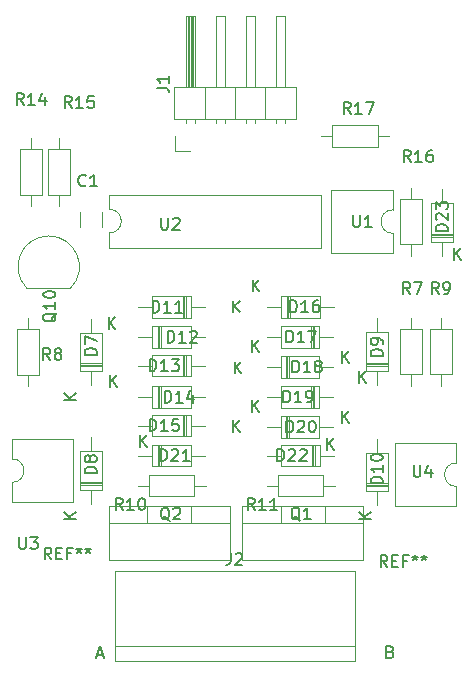
<source format=gbr>
%TF.GenerationSoftware,KiCad,Pcbnew,(5.1.6)-1*%
%TF.CreationDate,2021-04-27T13:36:45+02:00*%
%TF.ProjectId,BM2,424d322e-6b69-4636-9164-5f7063625858,rev?*%
%TF.SameCoordinates,Original*%
%TF.FileFunction,Legend,Top*%
%TF.FilePolarity,Positive*%
%FSLAX46Y46*%
G04 Gerber Fmt 4.6, Leading zero omitted, Abs format (unit mm)*
G04 Created by KiCad (PCBNEW (5.1.6)-1) date 2021-04-27 13:36:45*
%MOMM*%
%LPD*%
G01*
G04 APERTURE LIST*
%ADD10C,0.150000*%
%ADD11C,0.120000*%
G04 APERTURE END LIST*
D10*
X104571428Y-185428571D02*
X104714285Y-185476190D01*
X104761904Y-185523809D01*
X104809523Y-185619047D01*
X104809523Y-185761904D01*
X104761904Y-185857142D01*
X104714285Y-185904761D01*
X104619047Y-185952380D01*
X104238095Y-185952380D01*
X104238095Y-184952380D01*
X104571428Y-184952380D01*
X104666666Y-185000000D01*
X104714285Y-185047619D01*
X104761904Y-185142857D01*
X104761904Y-185238095D01*
X104714285Y-185333333D01*
X104666666Y-185380952D01*
X104571428Y-185428571D01*
X104238095Y-185428571D01*
X79761904Y-185666666D02*
X80238095Y-185666666D01*
X79666666Y-185952380D02*
X80000000Y-184952380D01*
X80333333Y-185952380D01*
D11*
%TO.C,J2*%
X81239000Y-186221000D02*
X101559000Y-186221000D01*
X81239000Y-178601000D02*
X101559000Y-178601000D01*
X101559000Y-184951000D02*
X81239000Y-184951000D01*
X101559000Y-186221000D02*
X101559000Y-178601000D01*
X81239000Y-178601000D02*
X81239000Y-186221000D01*
%TO.C,Q1*%
X92035000Y-173045000D02*
X102275000Y-173045000D01*
X92035000Y-177686000D02*
X102275000Y-177686000D01*
X92035000Y-173045000D02*
X92035000Y-177686000D01*
X102275000Y-173045000D02*
X102275000Y-177686000D01*
X92035000Y-174555000D02*
X102275000Y-174555000D01*
X95305000Y-173045000D02*
X95305000Y-174555000D01*
X99006000Y-173045000D02*
X99006000Y-174555000D01*
%TO.C,Q2*%
X80732000Y-173045000D02*
X90972000Y-173045000D01*
X80732000Y-177686000D02*
X90972000Y-177686000D01*
X80732000Y-173045000D02*
X80732000Y-177686000D01*
X90972000Y-173045000D02*
X90972000Y-177686000D01*
X80732000Y-174555000D02*
X90972000Y-174555000D01*
X84002000Y-173045000D02*
X84002000Y-174555000D01*
X87703000Y-173045000D02*
X87703000Y-174555000D01*
%TO.C,C1*%
X78287000Y-148234000D02*
X78287000Y-149492000D01*
X80127000Y-148234000D02*
X80127000Y-149492000D01*
%TO.C,U2*%
X80798000Y-146721000D02*
X80798000Y-147971000D01*
X98698000Y-146721000D02*
X80798000Y-146721000D01*
X98698000Y-151221000D02*
X98698000Y-146721000D01*
X80798000Y-151221000D02*
X98698000Y-151221000D01*
X80798000Y-149971000D02*
X80798000Y-151221000D01*
X80798000Y-147971000D02*
G75*
G02*
X80798000Y-149971000I0J-1000000D01*
G01*
%TO.C,R17*%
X99680000Y-140812000D02*
X99680000Y-142652000D01*
X99680000Y-142652000D02*
X103520000Y-142652000D01*
X103520000Y-142652000D02*
X103520000Y-140812000D01*
X103520000Y-140812000D02*
X99680000Y-140812000D01*
X98730000Y-141732000D02*
X99680000Y-141732000D01*
X104470000Y-141732000D02*
X103520000Y-141732000D01*
%TO.C,R16*%
X106299000Y-151880000D02*
X106299000Y-150930000D01*
X106299000Y-146140000D02*
X106299000Y-147090000D01*
X107219000Y-150930000D02*
X107219000Y-147090000D01*
X105379000Y-150930000D02*
X107219000Y-150930000D01*
X105379000Y-147090000D02*
X105379000Y-150930000D01*
X107219000Y-147090000D02*
X105379000Y-147090000D01*
%TO.C,R15*%
X75620000Y-146739000D02*
X77460000Y-146739000D01*
X77460000Y-146739000D02*
X77460000Y-142899000D01*
X77460000Y-142899000D02*
X75620000Y-142899000D01*
X75620000Y-142899000D02*
X75620000Y-146739000D01*
X76540000Y-147689000D02*
X76540000Y-146739000D01*
X76540000Y-141949000D02*
X76540000Y-142899000D01*
%TO.C,R14*%
X75047000Y-142899000D02*
X73207000Y-142899000D01*
X73207000Y-142899000D02*
X73207000Y-146739000D01*
X73207000Y-146739000D02*
X75047000Y-146739000D01*
X75047000Y-146739000D02*
X75047000Y-142899000D01*
X74127000Y-141949000D02*
X74127000Y-142899000D01*
X74127000Y-147689000D02*
X74127000Y-146739000D01*
%TO.C,R11*%
X94117000Y-171362000D02*
X95067000Y-171362000D01*
X99857000Y-171362000D02*
X98907000Y-171362000D01*
X95067000Y-172282000D02*
X98907000Y-172282000D01*
X95067000Y-170442000D02*
X95067000Y-172282000D01*
X98907000Y-170442000D02*
X95067000Y-170442000D01*
X98907000Y-172282000D02*
X98907000Y-170442000D01*
%TO.C,R10*%
X83195000Y-171362000D02*
X84145000Y-171362000D01*
X88935000Y-171362000D02*
X87985000Y-171362000D01*
X84145000Y-172282000D02*
X87985000Y-172282000D01*
X84145000Y-170442000D02*
X84145000Y-172282000D01*
X87985000Y-170442000D02*
X84145000Y-170442000D01*
X87985000Y-172282000D02*
X87985000Y-170442000D01*
%TO.C,R9*%
X108839000Y-157150000D02*
X108839000Y-158100000D01*
X108839000Y-162890000D02*
X108839000Y-161940000D01*
X107919000Y-158100000D02*
X107919000Y-161940000D01*
X109759000Y-158100000D02*
X107919000Y-158100000D01*
X109759000Y-161940000D02*
X109759000Y-158100000D01*
X107919000Y-161940000D02*
X109759000Y-161940000D01*
%TO.C,R8*%
X73914000Y-162929000D02*
X73914000Y-161979000D01*
X73914000Y-157189000D02*
X73914000Y-158139000D01*
X74834000Y-161979000D02*
X74834000Y-158139000D01*
X72994000Y-161979000D02*
X74834000Y-161979000D01*
X72994000Y-158139000D02*
X72994000Y-161979000D01*
X74834000Y-158139000D02*
X72994000Y-158139000D01*
%TO.C,R7*%
X106299000Y-162890000D02*
X106299000Y-161940000D01*
X106299000Y-157150000D02*
X106299000Y-158100000D01*
X107219000Y-161940000D02*
X107219000Y-158100000D01*
X105379000Y-161940000D02*
X107219000Y-161940000D01*
X105379000Y-158100000D02*
X105379000Y-161940000D01*
X107219000Y-158100000D02*
X105379000Y-158100000D01*
%TO.C,J1*%
X86360000Y-143002000D02*
X86360000Y-141732000D01*
X87630000Y-143002000D02*
X86360000Y-143002000D01*
X95630000Y-140689071D02*
X95630000Y-140292000D01*
X94870000Y-140689071D02*
X94870000Y-140292000D01*
X95630000Y-131632000D02*
X95630000Y-137632000D01*
X94870000Y-131632000D02*
X95630000Y-131632000D01*
X94870000Y-137632000D02*
X94870000Y-131632000D01*
X93980000Y-140292000D02*
X93980000Y-137632000D01*
X93090000Y-140689071D02*
X93090000Y-140292000D01*
X92330000Y-140689071D02*
X92330000Y-140292000D01*
X93090000Y-131632000D02*
X93090000Y-137632000D01*
X92330000Y-131632000D02*
X93090000Y-131632000D01*
X92330000Y-137632000D02*
X92330000Y-131632000D01*
X91440000Y-140292000D02*
X91440000Y-137632000D01*
X90550000Y-140689071D02*
X90550000Y-140292000D01*
X89790000Y-140689071D02*
X89790000Y-140292000D01*
X90550000Y-131632000D02*
X90550000Y-137632000D01*
X89790000Y-131632000D02*
X90550000Y-131632000D01*
X89790000Y-137632000D02*
X89790000Y-131632000D01*
X88900000Y-140292000D02*
X88900000Y-137632000D01*
X88010000Y-140622000D02*
X88010000Y-140292000D01*
X87250000Y-140622000D02*
X87250000Y-140292000D01*
X87910000Y-137632000D02*
X87910000Y-131632000D01*
X87790000Y-137632000D02*
X87790000Y-131632000D01*
X87670000Y-137632000D02*
X87670000Y-131632000D01*
X87550000Y-137632000D02*
X87550000Y-131632000D01*
X87430000Y-137632000D02*
X87430000Y-131632000D01*
X87310000Y-137632000D02*
X87310000Y-131632000D01*
X88010000Y-131632000D02*
X88010000Y-137632000D01*
X87250000Y-131632000D02*
X88010000Y-131632000D01*
X87250000Y-137632000D02*
X87250000Y-131632000D01*
X86300000Y-137632000D02*
X86300000Y-140292000D01*
X96580000Y-137632000D02*
X86300000Y-137632000D01*
X96580000Y-140292000D02*
X96580000Y-137632000D01*
X86300000Y-140292000D02*
X96580000Y-140292000D01*
%TO.C,Q10*%
X73851000Y-154670000D02*
X77451000Y-154670000D01*
X73812522Y-154658478D02*
G75*
G02*
X75651000Y-150220000I1838478J1838478D01*
G01*
X77489478Y-154658478D02*
G75*
G03*
X75651000Y-150220000I-1838478J1838478D01*
G01*
%TO.C,U1*%
X104794000Y-148010000D02*
X104794000Y-146360000D01*
X104794000Y-146360000D02*
X99594000Y-146360000D01*
X99594000Y-146360000D02*
X99594000Y-151660000D01*
X99594000Y-151660000D02*
X104794000Y-151660000D01*
X104794000Y-151660000D02*
X104794000Y-150010000D01*
X104794000Y-150010000D02*
G75*
G02*
X104794000Y-148010000I0J1000000D01*
G01*
%TO.C,U3*%
X72543000Y-171092000D02*
X72543000Y-172742000D01*
X72543000Y-172742000D02*
X77743000Y-172742000D01*
X77743000Y-172742000D02*
X77743000Y-167442000D01*
X77743000Y-167442000D02*
X72543000Y-167442000D01*
X72543000Y-167442000D02*
X72543000Y-169092000D01*
X72543000Y-169092000D02*
G75*
G02*
X72543000Y-171092000I0J-1000000D01*
G01*
%TO.C,U4*%
X110169000Y-173084000D02*
X110169000Y-171434000D01*
X104969000Y-173084000D02*
X110169000Y-173084000D01*
X104969000Y-167784000D02*
X104969000Y-173084000D01*
X110169000Y-167784000D02*
X104969000Y-167784000D01*
X110169000Y-169434000D02*
X110169000Y-167784000D01*
X110169000Y-171434000D02*
G75*
G02*
X110169000Y-169434000I0J1000000D01*
G01*
%TO.C,D7*%
X78328000Y-161243000D02*
X80168000Y-161243000D01*
X78328000Y-161003000D02*
X80168000Y-161003000D01*
X78328000Y-161123000D02*
X80168000Y-161123000D01*
X79248000Y-157239000D02*
X79248000Y-158419000D01*
X79248000Y-162879000D02*
X79248000Y-161699000D01*
X78328000Y-158419000D02*
X78328000Y-161699000D01*
X80168000Y-158419000D02*
X78328000Y-158419000D01*
X80168000Y-161699000D02*
X80168000Y-158419000D01*
X78328000Y-161699000D02*
X80168000Y-161699000D01*
%TO.C,D8*%
X78328000Y-171732000D02*
X80168000Y-171732000D01*
X80168000Y-171732000D02*
X80168000Y-168452000D01*
X80168000Y-168452000D02*
X78328000Y-168452000D01*
X78328000Y-168452000D02*
X78328000Y-171732000D01*
X79248000Y-172912000D02*
X79248000Y-171732000D01*
X79248000Y-167272000D02*
X79248000Y-168452000D01*
X78328000Y-171156000D02*
X80168000Y-171156000D01*
X78328000Y-171036000D02*
X80168000Y-171036000D01*
X78328000Y-171276000D02*
X80168000Y-171276000D01*
%TO.C,D9*%
X102544000Y-161660000D02*
X104384000Y-161660000D01*
X104384000Y-161660000D02*
X104384000Y-158380000D01*
X104384000Y-158380000D02*
X102544000Y-158380000D01*
X102544000Y-158380000D02*
X102544000Y-161660000D01*
X103464000Y-162840000D02*
X103464000Y-161660000D01*
X103464000Y-157200000D02*
X103464000Y-158380000D01*
X102544000Y-161084000D02*
X104384000Y-161084000D01*
X102544000Y-160964000D02*
X104384000Y-160964000D01*
X102544000Y-161204000D02*
X104384000Y-161204000D01*
%TO.C,D10*%
X102544000Y-171403000D02*
X104384000Y-171403000D01*
X102544000Y-171163000D02*
X104384000Y-171163000D01*
X102544000Y-171283000D02*
X104384000Y-171283000D01*
X103464000Y-167399000D02*
X103464000Y-168579000D01*
X103464000Y-173039000D02*
X103464000Y-171859000D01*
X102544000Y-168579000D02*
X102544000Y-171859000D01*
X104384000Y-168579000D02*
X102544000Y-168579000D01*
X104384000Y-171859000D02*
X104384000Y-168579000D01*
X102544000Y-171859000D02*
X104384000Y-171859000D01*
%TO.C,D11*%
X87249000Y-157169000D02*
X87249000Y-155329000D01*
X87009000Y-157169000D02*
X87009000Y-155329000D01*
X87129000Y-157169000D02*
X87129000Y-155329000D01*
X83245000Y-156249000D02*
X84425000Y-156249000D01*
X88885000Y-156249000D02*
X87705000Y-156249000D01*
X84425000Y-157169000D02*
X87705000Y-157169000D01*
X84425000Y-155329000D02*
X84425000Y-157169000D01*
X87705000Y-155329000D02*
X84425000Y-155329000D01*
X87705000Y-157169000D02*
X87705000Y-155329000D01*
%TO.C,D12*%
X84425000Y-157869000D02*
X84425000Y-159709000D01*
X84425000Y-159709000D02*
X87705000Y-159709000D01*
X87705000Y-159709000D02*
X87705000Y-157869000D01*
X87705000Y-157869000D02*
X84425000Y-157869000D01*
X83245000Y-158789000D02*
X84425000Y-158789000D01*
X88885000Y-158789000D02*
X87705000Y-158789000D01*
X85001000Y-157869000D02*
X85001000Y-159709000D01*
X85121000Y-157869000D02*
X85121000Y-159709000D01*
X84881000Y-157869000D02*
X84881000Y-159709000D01*
%TO.C,D13*%
X87249000Y-162122000D02*
X87249000Y-160282000D01*
X87009000Y-162122000D02*
X87009000Y-160282000D01*
X87129000Y-162122000D02*
X87129000Y-160282000D01*
X83245000Y-161202000D02*
X84425000Y-161202000D01*
X88885000Y-161202000D02*
X87705000Y-161202000D01*
X84425000Y-162122000D02*
X87705000Y-162122000D01*
X84425000Y-160282000D02*
X84425000Y-162122000D01*
X87705000Y-160282000D02*
X84425000Y-160282000D01*
X87705000Y-162122000D02*
X87705000Y-160282000D01*
%TO.C,D14*%
X84425000Y-162949000D02*
X84425000Y-164789000D01*
X84425000Y-164789000D02*
X87705000Y-164789000D01*
X87705000Y-164789000D02*
X87705000Y-162949000D01*
X87705000Y-162949000D02*
X84425000Y-162949000D01*
X83245000Y-163869000D02*
X84425000Y-163869000D01*
X88885000Y-163869000D02*
X87705000Y-163869000D01*
X85001000Y-162949000D02*
X85001000Y-164789000D01*
X85121000Y-162949000D02*
X85121000Y-164789000D01*
X84881000Y-162949000D02*
X84881000Y-164789000D01*
%TO.C,D15*%
X87249000Y-167202000D02*
X87249000Y-165362000D01*
X87009000Y-167202000D02*
X87009000Y-165362000D01*
X87129000Y-167202000D02*
X87129000Y-165362000D01*
X83245000Y-166282000D02*
X84425000Y-166282000D01*
X88885000Y-166282000D02*
X87705000Y-166282000D01*
X84425000Y-167202000D02*
X87705000Y-167202000D01*
X84425000Y-165362000D02*
X84425000Y-167202000D01*
X87705000Y-165362000D02*
X84425000Y-165362000D01*
X87705000Y-167202000D02*
X87705000Y-165362000D01*
%TO.C,D16*%
X95803000Y-155290000D02*
X95803000Y-157130000D01*
X96043000Y-155290000D02*
X96043000Y-157130000D01*
X95923000Y-155290000D02*
X95923000Y-157130000D01*
X99807000Y-156210000D02*
X98627000Y-156210000D01*
X94167000Y-156210000D02*
X95347000Y-156210000D01*
X98627000Y-155290000D02*
X95347000Y-155290000D01*
X98627000Y-157130000D02*
X98627000Y-155290000D01*
X95347000Y-157130000D02*
X98627000Y-157130000D01*
X95347000Y-155290000D02*
X95347000Y-157130000D01*
%TO.C,D17*%
X98569000Y-159691000D02*
X98569000Y-157851000D01*
X98569000Y-157851000D02*
X95289000Y-157851000D01*
X95289000Y-157851000D02*
X95289000Y-159691000D01*
X95289000Y-159691000D02*
X98569000Y-159691000D01*
X99749000Y-158771000D02*
X98569000Y-158771000D01*
X94109000Y-158771000D02*
X95289000Y-158771000D01*
X97993000Y-159691000D02*
X97993000Y-157851000D01*
X97873000Y-159691000D02*
X97873000Y-157851000D01*
X98113000Y-159691000D02*
X98113000Y-157851000D01*
%TO.C,D18*%
X95745000Y-160391000D02*
X95745000Y-162231000D01*
X95985000Y-160391000D02*
X95985000Y-162231000D01*
X95865000Y-160391000D02*
X95865000Y-162231000D01*
X99749000Y-161311000D02*
X98569000Y-161311000D01*
X94109000Y-161311000D02*
X95289000Y-161311000D01*
X98569000Y-160391000D02*
X95289000Y-160391000D01*
X98569000Y-162231000D02*
X98569000Y-160391000D01*
X95289000Y-162231000D02*
X98569000Y-162231000D01*
X95289000Y-160391000D02*
X95289000Y-162231000D01*
%TO.C,D19*%
X98569000Y-164771000D02*
X98569000Y-162931000D01*
X98569000Y-162931000D02*
X95289000Y-162931000D01*
X95289000Y-162931000D02*
X95289000Y-164771000D01*
X95289000Y-164771000D02*
X98569000Y-164771000D01*
X99749000Y-163851000D02*
X98569000Y-163851000D01*
X94109000Y-163851000D02*
X95289000Y-163851000D01*
X97993000Y-164771000D02*
X97993000Y-162931000D01*
X97873000Y-164771000D02*
X97873000Y-162931000D01*
X98113000Y-164771000D02*
X98113000Y-162931000D01*
%TO.C,D20*%
X95289000Y-165471000D02*
X95289000Y-167311000D01*
X95289000Y-167311000D02*
X98569000Y-167311000D01*
X98569000Y-167311000D02*
X98569000Y-165471000D01*
X98569000Y-165471000D02*
X95289000Y-165471000D01*
X94109000Y-166391000D02*
X95289000Y-166391000D01*
X99749000Y-166391000D02*
X98569000Y-166391000D01*
X95865000Y-165471000D02*
X95865000Y-167311000D01*
X95985000Y-165471000D02*
X95985000Y-167311000D01*
X95745000Y-165471000D02*
X95745000Y-167311000D01*
%TO.C,D21*%
X84881000Y-167902000D02*
X84881000Y-169742000D01*
X85121000Y-167902000D02*
X85121000Y-169742000D01*
X85001000Y-167902000D02*
X85001000Y-169742000D01*
X88885000Y-168822000D02*
X87705000Y-168822000D01*
X83245000Y-168822000D02*
X84425000Y-168822000D01*
X87705000Y-167902000D02*
X84425000Y-167902000D01*
X87705000Y-169742000D02*
X87705000Y-167902000D01*
X84425000Y-169742000D02*
X87705000Y-169742000D01*
X84425000Y-167902000D02*
X84425000Y-169742000D01*
%TO.C,D22*%
X98171000Y-169742000D02*
X98171000Y-167902000D01*
X97931000Y-169742000D02*
X97931000Y-167902000D01*
X98051000Y-169742000D02*
X98051000Y-167902000D01*
X94167000Y-168822000D02*
X95347000Y-168822000D01*
X99807000Y-168822000D02*
X98627000Y-168822000D01*
X95347000Y-169742000D02*
X98627000Y-169742000D01*
X95347000Y-167902000D02*
X95347000Y-169742000D01*
X98627000Y-167902000D02*
X95347000Y-167902000D01*
X98627000Y-169742000D02*
X98627000Y-167902000D01*
%TO.C,D23*%
X108046000Y-150738000D02*
X109886000Y-150738000D01*
X109886000Y-150738000D02*
X109886000Y-147458000D01*
X109886000Y-147458000D02*
X108046000Y-147458000D01*
X108046000Y-147458000D02*
X108046000Y-150738000D01*
X108966000Y-151918000D02*
X108966000Y-150738000D01*
X108966000Y-146278000D02*
X108966000Y-147458000D01*
X108046000Y-150162000D02*
X109886000Y-150162000D01*
X108046000Y-150042000D02*
X109886000Y-150042000D01*
X108046000Y-150282000D02*
X109886000Y-150282000D01*
%TO.C,REF\u002A\u002A*%
D10*
X104330666Y-178252380D02*
X103997333Y-177776190D01*
X103759238Y-178252380D02*
X103759238Y-177252380D01*
X104140190Y-177252380D01*
X104235428Y-177300000D01*
X104283047Y-177347619D01*
X104330666Y-177442857D01*
X104330666Y-177585714D01*
X104283047Y-177680952D01*
X104235428Y-177728571D01*
X104140190Y-177776190D01*
X103759238Y-177776190D01*
X104759238Y-177728571D02*
X105092571Y-177728571D01*
X105235428Y-178252380D02*
X104759238Y-178252380D01*
X104759238Y-177252380D01*
X105235428Y-177252380D01*
X105997333Y-177728571D02*
X105664000Y-177728571D01*
X105664000Y-178252380D02*
X105664000Y-177252380D01*
X106140190Y-177252380D01*
X106664000Y-177252380D02*
X106664000Y-177490476D01*
X106425904Y-177395238D02*
X106664000Y-177490476D01*
X106902095Y-177395238D01*
X106521142Y-177680952D02*
X106664000Y-177490476D01*
X106806857Y-177680952D01*
X107425904Y-177252380D02*
X107425904Y-177490476D01*
X107187809Y-177395238D02*
X107425904Y-177490476D01*
X107664000Y-177395238D01*
X107283047Y-177680952D02*
X107425904Y-177490476D01*
X107568761Y-177680952D01*
%TO.C,J2*%
X91045666Y-177063380D02*
X91045666Y-177777666D01*
X90998047Y-177920523D01*
X90902809Y-178015761D01*
X90759952Y-178063380D01*
X90664714Y-178063380D01*
X91474238Y-177158619D02*
X91521857Y-177111000D01*
X91617095Y-177063380D01*
X91855190Y-177063380D01*
X91950428Y-177111000D01*
X91998047Y-177158619D01*
X92045666Y-177253857D01*
X92045666Y-177349095D01*
X91998047Y-177491952D01*
X91426619Y-178063380D01*
X92045666Y-178063380D01*
%TO.C,Q1*%
X96932761Y-174322619D02*
X96837523Y-174275000D01*
X96742285Y-174179761D01*
X96599428Y-174036904D01*
X96504190Y-173989285D01*
X96408952Y-173989285D01*
X96456571Y-174227380D02*
X96361333Y-174179761D01*
X96266095Y-174084523D01*
X96218476Y-173894047D01*
X96218476Y-173560714D01*
X96266095Y-173370238D01*
X96361333Y-173275000D01*
X96456571Y-173227380D01*
X96647047Y-173227380D01*
X96742285Y-173275000D01*
X96837523Y-173370238D01*
X96885142Y-173560714D01*
X96885142Y-173894047D01*
X96837523Y-174084523D01*
X96742285Y-174179761D01*
X96647047Y-174227380D01*
X96456571Y-174227380D01*
X97837523Y-174227380D02*
X97266095Y-174227380D01*
X97551809Y-174227380D02*
X97551809Y-173227380D01*
X97456571Y-173370238D01*
X97361333Y-173465476D01*
X97266095Y-173513095D01*
%TO.C,Q2*%
X85883761Y-174322619D02*
X85788523Y-174275000D01*
X85693285Y-174179761D01*
X85550428Y-174036904D01*
X85455190Y-173989285D01*
X85359952Y-173989285D01*
X85407571Y-174227380D02*
X85312333Y-174179761D01*
X85217095Y-174084523D01*
X85169476Y-173894047D01*
X85169476Y-173560714D01*
X85217095Y-173370238D01*
X85312333Y-173275000D01*
X85407571Y-173227380D01*
X85598047Y-173227380D01*
X85693285Y-173275000D01*
X85788523Y-173370238D01*
X85836142Y-173560714D01*
X85836142Y-173894047D01*
X85788523Y-174084523D01*
X85693285Y-174179761D01*
X85598047Y-174227380D01*
X85407571Y-174227380D01*
X86217095Y-173322619D02*
X86264714Y-173275000D01*
X86359952Y-173227380D01*
X86598047Y-173227380D01*
X86693285Y-173275000D01*
X86740904Y-173322619D01*
X86788523Y-173417857D01*
X86788523Y-173513095D01*
X86740904Y-173655952D01*
X86169476Y-174227380D01*
X86788523Y-174227380D01*
%TO.C,REF\u002A\u002A*%
X75882666Y-177608380D02*
X75549333Y-177132190D01*
X75311238Y-177608380D02*
X75311238Y-176608380D01*
X75692190Y-176608380D01*
X75787428Y-176656000D01*
X75835047Y-176703619D01*
X75882666Y-176798857D01*
X75882666Y-176941714D01*
X75835047Y-177036952D01*
X75787428Y-177084571D01*
X75692190Y-177132190D01*
X75311238Y-177132190D01*
X76311238Y-177084571D02*
X76644571Y-177084571D01*
X76787428Y-177608380D02*
X76311238Y-177608380D01*
X76311238Y-176608380D01*
X76787428Y-176608380D01*
X77549333Y-177084571D02*
X77216000Y-177084571D01*
X77216000Y-177608380D02*
X77216000Y-176608380D01*
X77692190Y-176608380D01*
X78216000Y-176608380D02*
X78216000Y-176846476D01*
X77977904Y-176751238D02*
X78216000Y-176846476D01*
X78454095Y-176751238D01*
X78073142Y-177036952D02*
X78216000Y-176846476D01*
X78358857Y-177036952D01*
X78977904Y-176608380D02*
X78977904Y-176846476D01*
X78739809Y-176751238D02*
X78977904Y-176846476D01*
X79216000Y-176751238D01*
X78835047Y-177036952D02*
X78977904Y-176846476D01*
X79120761Y-177036952D01*
%TO.C,C1*%
X78786333Y-145938142D02*
X78738714Y-145985761D01*
X78595857Y-146033380D01*
X78500619Y-146033380D01*
X78357761Y-145985761D01*
X78262523Y-145890523D01*
X78214904Y-145795285D01*
X78167285Y-145604809D01*
X78167285Y-145461952D01*
X78214904Y-145271476D01*
X78262523Y-145176238D01*
X78357761Y-145081000D01*
X78500619Y-145033380D01*
X78595857Y-145033380D01*
X78738714Y-145081000D01*
X78786333Y-145128619D01*
X79738714Y-146033380D02*
X79167285Y-146033380D01*
X79453000Y-146033380D02*
X79453000Y-145033380D01*
X79357761Y-145176238D01*
X79262523Y-145271476D01*
X79167285Y-145319095D01*
%TO.C,U2*%
X85176095Y-148677380D02*
X85176095Y-149486904D01*
X85223714Y-149582142D01*
X85271333Y-149629761D01*
X85366571Y-149677380D01*
X85557047Y-149677380D01*
X85652285Y-149629761D01*
X85699904Y-149582142D01*
X85747523Y-149486904D01*
X85747523Y-148677380D01*
X86176095Y-148772619D02*
X86223714Y-148725000D01*
X86318952Y-148677380D01*
X86557047Y-148677380D01*
X86652285Y-148725000D01*
X86699904Y-148772619D01*
X86747523Y-148867857D01*
X86747523Y-148963095D01*
X86699904Y-149105952D01*
X86128476Y-149677380D01*
X86747523Y-149677380D01*
%TO.C,R17*%
X101211142Y-139898380D02*
X100877809Y-139422190D01*
X100639714Y-139898380D02*
X100639714Y-138898380D01*
X101020666Y-138898380D01*
X101115904Y-138946000D01*
X101163523Y-138993619D01*
X101211142Y-139088857D01*
X101211142Y-139231714D01*
X101163523Y-139326952D01*
X101115904Y-139374571D01*
X101020666Y-139422190D01*
X100639714Y-139422190D01*
X102163523Y-139898380D02*
X101592095Y-139898380D01*
X101877809Y-139898380D02*
X101877809Y-138898380D01*
X101782571Y-139041238D01*
X101687333Y-139136476D01*
X101592095Y-139184095D01*
X102496857Y-138898380D02*
X103163523Y-138898380D01*
X102734952Y-139898380D01*
%TO.C,R16*%
X106291142Y-143962380D02*
X105957809Y-143486190D01*
X105719714Y-143962380D02*
X105719714Y-142962380D01*
X106100666Y-142962380D01*
X106195904Y-143010000D01*
X106243523Y-143057619D01*
X106291142Y-143152857D01*
X106291142Y-143295714D01*
X106243523Y-143390952D01*
X106195904Y-143438571D01*
X106100666Y-143486190D01*
X105719714Y-143486190D01*
X107243523Y-143962380D02*
X106672095Y-143962380D01*
X106957809Y-143962380D02*
X106957809Y-142962380D01*
X106862571Y-143105238D01*
X106767333Y-143200476D01*
X106672095Y-143248095D01*
X108100666Y-142962380D02*
X107910190Y-142962380D01*
X107814952Y-143010000D01*
X107767333Y-143057619D01*
X107672095Y-143200476D01*
X107624476Y-143390952D01*
X107624476Y-143771904D01*
X107672095Y-143867142D01*
X107719714Y-143914761D01*
X107814952Y-143962380D01*
X108005428Y-143962380D01*
X108100666Y-143914761D01*
X108148285Y-143867142D01*
X108195904Y-143771904D01*
X108195904Y-143533809D01*
X108148285Y-143438571D01*
X108100666Y-143390952D01*
X108005428Y-143343333D01*
X107814952Y-143343333D01*
X107719714Y-143390952D01*
X107672095Y-143438571D01*
X107624476Y-143533809D01*
%TO.C,R15*%
X77589142Y-139390380D02*
X77255809Y-138914190D01*
X77017714Y-139390380D02*
X77017714Y-138390380D01*
X77398666Y-138390380D01*
X77493904Y-138438000D01*
X77541523Y-138485619D01*
X77589142Y-138580857D01*
X77589142Y-138723714D01*
X77541523Y-138818952D01*
X77493904Y-138866571D01*
X77398666Y-138914190D01*
X77017714Y-138914190D01*
X78541523Y-139390380D02*
X77970095Y-139390380D01*
X78255809Y-139390380D02*
X78255809Y-138390380D01*
X78160571Y-138533238D01*
X78065333Y-138628476D01*
X77970095Y-138676095D01*
X79446285Y-138390380D02*
X78970095Y-138390380D01*
X78922476Y-138866571D01*
X78970095Y-138818952D01*
X79065333Y-138771333D01*
X79303428Y-138771333D01*
X79398666Y-138818952D01*
X79446285Y-138866571D01*
X79493904Y-138961809D01*
X79493904Y-139199904D01*
X79446285Y-139295142D01*
X79398666Y-139342761D01*
X79303428Y-139390380D01*
X79065333Y-139390380D01*
X78970095Y-139342761D01*
X78922476Y-139295142D01*
%TO.C,R14*%
X73525142Y-139136380D02*
X73191809Y-138660190D01*
X72953714Y-139136380D02*
X72953714Y-138136380D01*
X73334666Y-138136380D01*
X73429904Y-138184000D01*
X73477523Y-138231619D01*
X73525142Y-138326857D01*
X73525142Y-138469714D01*
X73477523Y-138564952D01*
X73429904Y-138612571D01*
X73334666Y-138660190D01*
X72953714Y-138660190D01*
X74477523Y-139136380D02*
X73906095Y-139136380D01*
X74191809Y-139136380D02*
X74191809Y-138136380D01*
X74096571Y-138279238D01*
X74001333Y-138374476D01*
X73906095Y-138422095D01*
X75334666Y-138469714D02*
X75334666Y-139136380D01*
X75096571Y-138088761D02*
X74858476Y-138803047D01*
X75477523Y-138803047D01*
%TO.C,R11*%
X93083142Y-173426380D02*
X92749809Y-172950190D01*
X92511714Y-173426380D02*
X92511714Y-172426380D01*
X92892666Y-172426380D01*
X92987904Y-172474000D01*
X93035523Y-172521619D01*
X93083142Y-172616857D01*
X93083142Y-172759714D01*
X93035523Y-172854952D01*
X92987904Y-172902571D01*
X92892666Y-172950190D01*
X92511714Y-172950190D01*
X94035523Y-173426380D02*
X93464095Y-173426380D01*
X93749809Y-173426380D02*
X93749809Y-172426380D01*
X93654571Y-172569238D01*
X93559333Y-172664476D01*
X93464095Y-172712095D01*
X94987904Y-173426380D02*
X94416476Y-173426380D01*
X94702190Y-173426380D02*
X94702190Y-172426380D01*
X94606952Y-172569238D01*
X94511714Y-172664476D01*
X94416476Y-172712095D01*
%TO.C,R10*%
X81907142Y-173426380D02*
X81573809Y-172950190D01*
X81335714Y-173426380D02*
X81335714Y-172426380D01*
X81716666Y-172426380D01*
X81811904Y-172474000D01*
X81859523Y-172521619D01*
X81907142Y-172616857D01*
X81907142Y-172759714D01*
X81859523Y-172854952D01*
X81811904Y-172902571D01*
X81716666Y-172950190D01*
X81335714Y-172950190D01*
X82859523Y-173426380D02*
X82288095Y-173426380D01*
X82573809Y-173426380D02*
X82573809Y-172426380D01*
X82478571Y-172569238D01*
X82383333Y-172664476D01*
X82288095Y-172712095D01*
X83478571Y-172426380D02*
X83573809Y-172426380D01*
X83669047Y-172474000D01*
X83716666Y-172521619D01*
X83764285Y-172616857D01*
X83811904Y-172807333D01*
X83811904Y-173045428D01*
X83764285Y-173235904D01*
X83716666Y-173331142D01*
X83669047Y-173378761D01*
X83573809Y-173426380D01*
X83478571Y-173426380D01*
X83383333Y-173378761D01*
X83335714Y-173331142D01*
X83288095Y-173235904D01*
X83240476Y-173045428D01*
X83240476Y-172807333D01*
X83288095Y-172616857D01*
X83335714Y-172521619D01*
X83383333Y-172474000D01*
X83478571Y-172426380D01*
%TO.C,R9*%
X108672333Y-155138380D02*
X108339000Y-154662190D01*
X108100904Y-155138380D02*
X108100904Y-154138380D01*
X108481857Y-154138380D01*
X108577095Y-154186000D01*
X108624714Y-154233619D01*
X108672333Y-154328857D01*
X108672333Y-154471714D01*
X108624714Y-154566952D01*
X108577095Y-154614571D01*
X108481857Y-154662190D01*
X108100904Y-154662190D01*
X109148523Y-155138380D02*
X109339000Y-155138380D01*
X109434238Y-155090761D01*
X109481857Y-155043142D01*
X109577095Y-154900285D01*
X109624714Y-154709809D01*
X109624714Y-154328857D01*
X109577095Y-154233619D01*
X109529476Y-154186000D01*
X109434238Y-154138380D01*
X109243761Y-154138380D01*
X109148523Y-154186000D01*
X109100904Y-154233619D01*
X109053285Y-154328857D01*
X109053285Y-154566952D01*
X109100904Y-154662190D01*
X109148523Y-154709809D01*
X109243761Y-154757428D01*
X109434238Y-154757428D01*
X109529476Y-154709809D01*
X109577095Y-154662190D01*
X109624714Y-154566952D01*
%TO.C,R8*%
X75779333Y-160726380D02*
X75446000Y-160250190D01*
X75207904Y-160726380D02*
X75207904Y-159726380D01*
X75588857Y-159726380D01*
X75684095Y-159774000D01*
X75731714Y-159821619D01*
X75779333Y-159916857D01*
X75779333Y-160059714D01*
X75731714Y-160154952D01*
X75684095Y-160202571D01*
X75588857Y-160250190D01*
X75207904Y-160250190D01*
X76350761Y-160154952D02*
X76255523Y-160107333D01*
X76207904Y-160059714D01*
X76160285Y-159964476D01*
X76160285Y-159916857D01*
X76207904Y-159821619D01*
X76255523Y-159774000D01*
X76350761Y-159726380D01*
X76541238Y-159726380D01*
X76636476Y-159774000D01*
X76684095Y-159821619D01*
X76731714Y-159916857D01*
X76731714Y-159964476D01*
X76684095Y-160059714D01*
X76636476Y-160107333D01*
X76541238Y-160154952D01*
X76350761Y-160154952D01*
X76255523Y-160202571D01*
X76207904Y-160250190D01*
X76160285Y-160345428D01*
X76160285Y-160535904D01*
X76207904Y-160631142D01*
X76255523Y-160678761D01*
X76350761Y-160726380D01*
X76541238Y-160726380D01*
X76636476Y-160678761D01*
X76684095Y-160631142D01*
X76731714Y-160535904D01*
X76731714Y-160345428D01*
X76684095Y-160250190D01*
X76636476Y-160202571D01*
X76541238Y-160154952D01*
%TO.C,R7*%
X106259333Y-155138380D02*
X105926000Y-154662190D01*
X105687904Y-155138380D02*
X105687904Y-154138380D01*
X106068857Y-154138380D01*
X106164095Y-154186000D01*
X106211714Y-154233619D01*
X106259333Y-154328857D01*
X106259333Y-154471714D01*
X106211714Y-154566952D01*
X106164095Y-154614571D01*
X106068857Y-154662190D01*
X105687904Y-154662190D01*
X106592666Y-154138380D02*
X107259333Y-154138380D01*
X106830761Y-155138380D01*
%TO.C,J1*%
X84812380Y-137680333D02*
X85526666Y-137680333D01*
X85669523Y-137727952D01*
X85764761Y-137823190D01*
X85812380Y-137966047D01*
X85812380Y-138061285D01*
X85812380Y-136680333D02*
X85812380Y-137251761D01*
X85812380Y-136966047D02*
X84812380Y-136966047D01*
X84955238Y-137061285D01*
X85050476Y-137156523D01*
X85098095Y-137251761D01*
%TO.C,Q10*%
X76300219Y-156744228D02*
X76252600Y-156839466D01*
X76157361Y-156934704D01*
X76014504Y-157077561D01*
X75966885Y-157172800D01*
X75966885Y-157268038D01*
X76204980Y-157220419D02*
X76157361Y-157315657D01*
X76062123Y-157410895D01*
X75871647Y-157458514D01*
X75538314Y-157458514D01*
X75347838Y-157410895D01*
X75252600Y-157315657D01*
X75204980Y-157220419D01*
X75204980Y-157029942D01*
X75252600Y-156934704D01*
X75347838Y-156839466D01*
X75538314Y-156791847D01*
X75871647Y-156791847D01*
X76062123Y-156839466D01*
X76157361Y-156934704D01*
X76204980Y-157029942D01*
X76204980Y-157220419D01*
X76204980Y-155839466D02*
X76204980Y-156410895D01*
X76204980Y-156125180D02*
X75204980Y-156125180D01*
X75347838Y-156220419D01*
X75443076Y-156315657D01*
X75490695Y-156410895D01*
X75204980Y-155220419D02*
X75204980Y-155125180D01*
X75252600Y-155029942D01*
X75300219Y-154982323D01*
X75395457Y-154934704D01*
X75585933Y-154887085D01*
X75824028Y-154887085D01*
X76014504Y-154934704D01*
X76109742Y-154982323D01*
X76157361Y-155029942D01*
X76204980Y-155125180D01*
X76204980Y-155220419D01*
X76157361Y-155315657D01*
X76109742Y-155363276D01*
X76014504Y-155410895D01*
X75824028Y-155458514D01*
X75585933Y-155458514D01*
X75395457Y-155410895D01*
X75300219Y-155363276D01*
X75252600Y-155315657D01*
X75204980Y-155220419D01*
%TO.C,U1*%
X101432095Y-148462380D02*
X101432095Y-149271904D01*
X101479714Y-149367142D01*
X101527333Y-149414761D01*
X101622571Y-149462380D01*
X101813047Y-149462380D01*
X101908285Y-149414761D01*
X101955904Y-149367142D01*
X102003523Y-149271904D01*
X102003523Y-148462380D01*
X103003523Y-149462380D02*
X102432095Y-149462380D01*
X102717809Y-149462380D02*
X102717809Y-148462380D01*
X102622571Y-148605238D01*
X102527333Y-148700476D01*
X102432095Y-148748095D01*
%TO.C,U3*%
X73152095Y-175728380D02*
X73152095Y-176537904D01*
X73199714Y-176633142D01*
X73247333Y-176680761D01*
X73342571Y-176728380D01*
X73533047Y-176728380D01*
X73628285Y-176680761D01*
X73675904Y-176633142D01*
X73723523Y-176537904D01*
X73723523Y-175728380D01*
X74104476Y-175728380D02*
X74723523Y-175728380D01*
X74390190Y-176109333D01*
X74533047Y-176109333D01*
X74628285Y-176156952D01*
X74675904Y-176204571D01*
X74723523Y-176299809D01*
X74723523Y-176537904D01*
X74675904Y-176633142D01*
X74628285Y-176680761D01*
X74533047Y-176728380D01*
X74247333Y-176728380D01*
X74152095Y-176680761D01*
X74104476Y-176633142D01*
%TO.C,U4*%
X106553095Y-169632380D02*
X106553095Y-170441904D01*
X106600714Y-170537142D01*
X106648333Y-170584761D01*
X106743571Y-170632380D01*
X106934047Y-170632380D01*
X107029285Y-170584761D01*
X107076904Y-170537142D01*
X107124523Y-170441904D01*
X107124523Y-169632380D01*
X108029285Y-169965714D02*
X108029285Y-170632380D01*
X107791190Y-169584761D02*
X107553095Y-170299047D01*
X108172142Y-170299047D01*
%TO.C,D7*%
X79700380Y-160289095D02*
X78700380Y-160289095D01*
X78700380Y-160051000D01*
X78748000Y-159908142D01*
X78843238Y-159812904D01*
X78938476Y-159765285D01*
X79128952Y-159717666D01*
X79271809Y-159717666D01*
X79462285Y-159765285D01*
X79557523Y-159812904D01*
X79652761Y-159908142D01*
X79700380Y-160051000D01*
X79700380Y-160289095D01*
X78700380Y-159384333D02*
X78700380Y-158717666D01*
X79700380Y-159146238D01*
X77950380Y-164130904D02*
X76950380Y-164130904D01*
X77950380Y-163559476D02*
X77378952Y-163988047D01*
X76950380Y-163559476D02*
X77521809Y-164130904D01*
%TO.C,D8*%
X79700380Y-170322095D02*
X78700380Y-170322095D01*
X78700380Y-170084000D01*
X78748000Y-169941142D01*
X78843238Y-169845904D01*
X78938476Y-169798285D01*
X79128952Y-169750666D01*
X79271809Y-169750666D01*
X79462285Y-169798285D01*
X79557523Y-169845904D01*
X79652761Y-169941142D01*
X79700380Y-170084000D01*
X79700380Y-170322095D01*
X79128952Y-169179238D02*
X79081333Y-169274476D01*
X79033714Y-169322095D01*
X78938476Y-169369714D01*
X78890857Y-169369714D01*
X78795619Y-169322095D01*
X78748000Y-169274476D01*
X78700380Y-169179238D01*
X78700380Y-168988761D01*
X78748000Y-168893523D01*
X78795619Y-168845904D01*
X78890857Y-168798285D01*
X78938476Y-168798285D01*
X79033714Y-168845904D01*
X79081333Y-168893523D01*
X79128952Y-168988761D01*
X79128952Y-169179238D01*
X79176571Y-169274476D01*
X79224190Y-169322095D01*
X79319428Y-169369714D01*
X79509904Y-169369714D01*
X79605142Y-169322095D01*
X79652761Y-169274476D01*
X79700380Y-169179238D01*
X79700380Y-168988761D01*
X79652761Y-168893523D01*
X79605142Y-168845904D01*
X79509904Y-168798285D01*
X79319428Y-168798285D01*
X79224190Y-168845904D01*
X79176571Y-168893523D01*
X79128952Y-168988761D01*
X77950380Y-174163904D02*
X76950380Y-174163904D01*
X77950380Y-173592476D02*
X77378952Y-174021047D01*
X76950380Y-173592476D02*
X77521809Y-174163904D01*
%TO.C,D9*%
X103916380Y-160377095D02*
X102916380Y-160377095D01*
X102916380Y-160139000D01*
X102964000Y-159996142D01*
X103059238Y-159900904D01*
X103154476Y-159853285D01*
X103344952Y-159805666D01*
X103487809Y-159805666D01*
X103678285Y-159853285D01*
X103773523Y-159900904D01*
X103868761Y-159996142D01*
X103916380Y-160139000D01*
X103916380Y-160377095D01*
X103916380Y-159329476D02*
X103916380Y-159139000D01*
X103868761Y-159043761D01*
X103821142Y-158996142D01*
X103678285Y-158900904D01*
X103487809Y-158853285D01*
X103106857Y-158853285D01*
X103011619Y-158900904D01*
X102964000Y-158948523D01*
X102916380Y-159043761D01*
X102916380Y-159234238D01*
X102964000Y-159329476D01*
X103011619Y-159377095D01*
X103106857Y-159424714D01*
X103344952Y-159424714D01*
X103440190Y-159377095D01*
X103487809Y-159329476D01*
X103535428Y-159234238D01*
X103535428Y-159043761D01*
X103487809Y-158948523D01*
X103440190Y-158900904D01*
X103344952Y-158853285D01*
X101932095Y-162656780D02*
X101932095Y-161656780D01*
X102503523Y-162656780D02*
X102074952Y-162085352D01*
X102503523Y-161656780D02*
X101932095Y-162228209D01*
%TO.C,D10*%
X103916380Y-171179285D02*
X102916380Y-171179285D01*
X102916380Y-170941190D01*
X102964000Y-170798333D01*
X103059238Y-170703095D01*
X103154476Y-170655476D01*
X103344952Y-170607857D01*
X103487809Y-170607857D01*
X103678285Y-170655476D01*
X103773523Y-170703095D01*
X103868761Y-170798333D01*
X103916380Y-170941190D01*
X103916380Y-171179285D01*
X103916380Y-169655476D02*
X103916380Y-170226904D01*
X103916380Y-169941190D02*
X102916380Y-169941190D01*
X103059238Y-170036428D01*
X103154476Y-170131666D01*
X103202095Y-170226904D01*
X102916380Y-169036428D02*
X102916380Y-168941190D01*
X102964000Y-168845952D01*
X103011619Y-168798333D01*
X103106857Y-168750714D01*
X103297333Y-168703095D01*
X103535428Y-168703095D01*
X103725904Y-168750714D01*
X103821142Y-168798333D01*
X103868761Y-168845952D01*
X103916380Y-168941190D01*
X103916380Y-169036428D01*
X103868761Y-169131666D01*
X103821142Y-169179285D01*
X103725904Y-169226904D01*
X103535428Y-169274523D01*
X103297333Y-169274523D01*
X103106857Y-169226904D01*
X103011619Y-169179285D01*
X102964000Y-169131666D01*
X102916380Y-169036428D01*
X102951180Y-174189304D02*
X101951180Y-174189304D01*
X102951180Y-173617876D02*
X102379752Y-174046447D01*
X101951180Y-173617876D02*
X102522609Y-174189304D01*
%TO.C,D11*%
X84454714Y-156711380D02*
X84454714Y-155711380D01*
X84692809Y-155711380D01*
X84835666Y-155759000D01*
X84930904Y-155854238D01*
X84978523Y-155949476D01*
X85026142Y-156139952D01*
X85026142Y-156282809D01*
X84978523Y-156473285D01*
X84930904Y-156568523D01*
X84835666Y-156663761D01*
X84692809Y-156711380D01*
X84454714Y-156711380D01*
X85978523Y-156711380D02*
X85407095Y-156711380D01*
X85692809Y-156711380D02*
X85692809Y-155711380D01*
X85597571Y-155854238D01*
X85502333Y-155949476D01*
X85407095Y-155997095D01*
X86930904Y-156711380D02*
X86359476Y-156711380D01*
X86645190Y-156711380D02*
X86645190Y-155711380D01*
X86549952Y-155854238D01*
X86454714Y-155949476D01*
X86359476Y-155997095D01*
X91238695Y-156701380D02*
X91238695Y-155701380D01*
X91810123Y-156701380D02*
X91381552Y-156129952D01*
X91810123Y-155701380D02*
X91238695Y-156272809D01*
%TO.C,D12*%
X85724714Y-159251380D02*
X85724714Y-158251380D01*
X85962809Y-158251380D01*
X86105666Y-158299000D01*
X86200904Y-158394238D01*
X86248523Y-158489476D01*
X86296142Y-158679952D01*
X86296142Y-158822809D01*
X86248523Y-159013285D01*
X86200904Y-159108523D01*
X86105666Y-159203761D01*
X85962809Y-159251380D01*
X85724714Y-159251380D01*
X87248523Y-159251380D02*
X86677095Y-159251380D01*
X86962809Y-159251380D02*
X86962809Y-158251380D01*
X86867571Y-158394238D01*
X86772333Y-158489476D01*
X86677095Y-158537095D01*
X87629476Y-158346619D02*
X87677095Y-158299000D01*
X87772333Y-158251380D01*
X88010428Y-158251380D01*
X88105666Y-158299000D01*
X88153285Y-158346619D01*
X88200904Y-158441857D01*
X88200904Y-158537095D01*
X88153285Y-158679952D01*
X87581857Y-159251380D01*
X88200904Y-159251380D01*
X80723095Y-158123780D02*
X80723095Y-157123780D01*
X81294523Y-158123780D02*
X80865952Y-157552352D01*
X81294523Y-157123780D02*
X80723095Y-157695209D01*
%TO.C,D13*%
X84200714Y-161664380D02*
X84200714Y-160664380D01*
X84438809Y-160664380D01*
X84581666Y-160712000D01*
X84676904Y-160807238D01*
X84724523Y-160902476D01*
X84772142Y-161092952D01*
X84772142Y-161235809D01*
X84724523Y-161426285D01*
X84676904Y-161521523D01*
X84581666Y-161616761D01*
X84438809Y-161664380D01*
X84200714Y-161664380D01*
X85724523Y-161664380D02*
X85153095Y-161664380D01*
X85438809Y-161664380D02*
X85438809Y-160664380D01*
X85343571Y-160807238D01*
X85248333Y-160902476D01*
X85153095Y-160950095D01*
X86057857Y-160664380D02*
X86676904Y-160664380D01*
X86343571Y-161045333D01*
X86486428Y-161045333D01*
X86581666Y-161092952D01*
X86629285Y-161140571D01*
X86676904Y-161235809D01*
X86676904Y-161473904D01*
X86629285Y-161569142D01*
X86581666Y-161616761D01*
X86486428Y-161664380D01*
X86200714Y-161664380D01*
X86105476Y-161616761D01*
X86057857Y-161569142D01*
X91391095Y-161857580D02*
X91391095Y-160857580D01*
X91962523Y-161857580D02*
X91533952Y-161286152D01*
X91962523Y-160857580D02*
X91391095Y-161429009D01*
%TO.C,D14*%
X85470714Y-164331380D02*
X85470714Y-163331380D01*
X85708809Y-163331380D01*
X85851666Y-163379000D01*
X85946904Y-163474238D01*
X85994523Y-163569476D01*
X86042142Y-163759952D01*
X86042142Y-163902809D01*
X85994523Y-164093285D01*
X85946904Y-164188523D01*
X85851666Y-164283761D01*
X85708809Y-164331380D01*
X85470714Y-164331380D01*
X86994523Y-164331380D02*
X86423095Y-164331380D01*
X86708809Y-164331380D02*
X86708809Y-163331380D01*
X86613571Y-163474238D01*
X86518333Y-163569476D01*
X86423095Y-163617095D01*
X87851666Y-163664714D02*
X87851666Y-164331380D01*
X87613571Y-163283761D02*
X87375476Y-163998047D01*
X87994523Y-163998047D01*
X80875495Y-163000580D02*
X80875495Y-162000580D01*
X81446923Y-163000580D02*
X81018352Y-162429152D01*
X81446923Y-162000580D02*
X80875495Y-162572009D01*
%TO.C,D15*%
X84200714Y-166734380D02*
X84200714Y-165734380D01*
X84438809Y-165734380D01*
X84581666Y-165782000D01*
X84676904Y-165877238D01*
X84724523Y-165972476D01*
X84772142Y-166162952D01*
X84772142Y-166305809D01*
X84724523Y-166496285D01*
X84676904Y-166591523D01*
X84581666Y-166686761D01*
X84438809Y-166734380D01*
X84200714Y-166734380D01*
X85724523Y-166734380D02*
X85153095Y-166734380D01*
X85438809Y-166734380D02*
X85438809Y-165734380D01*
X85343571Y-165877238D01*
X85248333Y-165972476D01*
X85153095Y-166020095D01*
X86629285Y-165734380D02*
X86153095Y-165734380D01*
X86105476Y-166210571D01*
X86153095Y-166162952D01*
X86248333Y-166115333D01*
X86486428Y-166115333D01*
X86581666Y-166162952D01*
X86629285Y-166210571D01*
X86676904Y-166305809D01*
X86676904Y-166543904D01*
X86629285Y-166639142D01*
X86581666Y-166686761D01*
X86486428Y-166734380D01*
X86248333Y-166734380D01*
X86153095Y-166686761D01*
X86105476Y-166639142D01*
X91238695Y-166835980D02*
X91238695Y-165835980D01*
X91810123Y-166835980D02*
X91381552Y-166264552D01*
X91810123Y-165835980D02*
X91238695Y-166407409D01*
%TO.C,D16*%
X96084714Y-156680380D02*
X96084714Y-155680380D01*
X96322809Y-155680380D01*
X96465666Y-155728000D01*
X96560904Y-155823238D01*
X96608523Y-155918476D01*
X96656142Y-156108952D01*
X96656142Y-156251809D01*
X96608523Y-156442285D01*
X96560904Y-156537523D01*
X96465666Y-156632761D01*
X96322809Y-156680380D01*
X96084714Y-156680380D01*
X97608523Y-156680380D02*
X97037095Y-156680380D01*
X97322809Y-156680380D02*
X97322809Y-155680380D01*
X97227571Y-155823238D01*
X97132333Y-155918476D01*
X97037095Y-155966095D01*
X98465666Y-155680380D02*
X98275190Y-155680380D01*
X98179952Y-155728000D01*
X98132333Y-155775619D01*
X98037095Y-155918476D01*
X97989476Y-156108952D01*
X97989476Y-156489904D01*
X98037095Y-156585142D01*
X98084714Y-156632761D01*
X98179952Y-156680380D01*
X98370428Y-156680380D01*
X98465666Y-156632761D01*
X98513285Y-156585142D01*
X98560904Y-156489904D01*
X98560904Y-156251809D01*
X98513285Y-156156571D01*
X98465666Y-156108952D01*
X98370428Y-156061333D01*
X98179952Y-156061333D01*
X98084714Y-156108952D01*
X98037095Y-156156571D01*
X97989476Y-156251809D01*
X92915095Y-154912380D02*
X92915095Y-153912380D01*
X93486523Y-154912380D02*
X93057952Y-154340952D01*
X93486523Y-153912380D02*
X92915095Y-154483809D01*
%TO.C,D17*%
X95772714Y-159241380D02*
X95772714Y-158241380D01*
X96010809Y-158241380D01*
X96153666Y-158289000D01*
X96248904Y-158384238D01*
X96296523Y-158479476D01*
X96344142Y-158669952D01*
X96344142Y-158812809D01*
X96296523Y-159003285D01*
X96248904Y-159098523D01*
X96153666Y-159193761D01*
X96010809Y-159241380D01*
X95772714Y-159241380D01*
X97296523Y-159241380D02*
X96725095Y-159241380D01*
X97010809Y-159241380D02*
X97010809Y-158241380D01*
X96915571Y-158384238D01*
X96820333Y-158479476D01*
X96725095Y-158527095D01*
X97629857Y-158241380D02*
X98296523Y-158241380D01*
X97867952Y-159241380D01*
X100477095Y-160973380D02*
X100477095Y-159973380D01*
X101048523Y-160973380D02*
X100619952Y-160401952D01*
X101048523Y-159973380D02*
X100477095Y-160544809D01*
%TO.C,D18*%
X96280714Y-161781380D02*
X96280714Y-160781380D01*
X96518809Y-160781380D01*
X96661666Y-160829000D01*
X96756904Y-160924238D01*
X96804523Y-161019476D01*
X96852142Y-161209952D01*
X96852142Y-161352809D01*
X96804523Y-161543285D01*
X96756904Y-161638523D01*
X96661666Y-161733761D01*
X96518809Y-161781380D01*
X96280714Y-161781380D01*
X97804523Y-161781380D02*
X97233095Y-161781380D01*
X97518809Y-161781380D02*
X97518809Y-160781380D01*
X97423571Y-160924238D01*
X97328333Y-161019476D01*
X97233095Y-161067095D01*
X98375952Y-161209952D02*
X98280714Y-161162333D01*
X98233095Y-161114714D01*
X98185476Y-161019476D01*
X98185476Y-160971857D01*
X98233095Y-160876619D01*
X98280714Y-160829000D01*
X98375952Y-160781380D01*
X98566428Y-160781380D01*
X98661666Y-160829000D01*
X98709285Y-160876619D01*
X98756904Y-160971857D01*
X98756904Y-161019476D01*
X98709285Y-161114714D01*
X98661666Y-161162333D01*
X98566428Y-161209952D01*
X98375952Y-161209952D01*
X98280714Y-161257571D01*
X98233095Y-161305190D01*
X98185476Y-161400428D01*
X98185476Y-161590904D01*
X98233095Y-161686142D01*
X98280714Y-161733761D01*
X98375952Y-161781380D01*
X98566428Y-161781380D01*
X98661666Y-161733761D01*
X98709285Y-161686142D01*
X98756904Y-161590904D01*
X98756904Y-161400428D01*
X98709285Y-161305190D01*
X98661666Y-161257571D01*
X98566428Y-161209952D01*
X92857095Y-160013380D02*
X92857095Y-159013380D01*
X93428523Y-160013380D02*
X92999952Y-159441952D01*
X93428523Y-159013380D02*
X92857095Y-159584809D01*
%TO.C,D19*%
X95518714Y-164321380D02*
X95518714Y-163321380D01*
X95756809Y-163321380D01*
X95899666Y-163369000D01*
X95994904Y-163464238D01*
X96042523Y-163559476D01*
X96090142Y-163749952D01*
X96090142Y-163892809D01*
X96042523Y-164083285D01*
X95994904Y-164178523D01*
X95899666Y-164273761D01*
X95756809Y-164321380D01*
X95518714Y-164321380D01*
X97042523Y-164321380D02*
X96471095Y-164321380D01*
X96756809Y-164321380D02*
X96756809Y-163321380D01*
X96661571Y-163464238D01*
X96566333Y-163559476D01*
X96471095Y-163607095D01*
X97518714Y-164321380D02*
X97709190Y-164321380D01*
X97804428Y-164273761D01*
X97852047Y-164226142D01*
X97947285Y-164083285D01*
X97994904Y-163892809D01*
X97994904Y-163511857D01*
X97947285Y-163416619D01*
X97899666Y-163369000D01*
X97804428Y-163321380D01*
X97613952Y-163321380D01*
X97518714Y-163369000D01*
X97471095Y-163416619D01*
X97423476Y-163511857D01*
X97423476Y-163749952D01*
X97471095Y-163845190D01*
X97518714Y-163892809D01*
X97613952Y-163940428D01*
X97804428Y-163940428D01*
X97899666Y-163892809D01*
X97947285Y-163845190D01*
X97994904Y-163749952D01*
X100477095Y-166053380D02*
X100477095Y-165053380D01*
X101048523Y-166053380D02*
X100619952Y-165481952D01*
X101048523Y-165053380D02*
X100477095Y-165624809D01*
%TO.C,D20*%
X95772714Y-166861380D02*
X95772714Y-165861380D01*
X96010809Y-165861380D01*
X96153666Y-165909000D01*
X96248904Y-166004238D01*
X96296523Y-166099476D01*
X96344142Y-166289952D01*
X96344142Y-166432809D01*
X96296523Y-166623285D01*
X96248904Y-166718523D01*
X96153666Y-166813761D01*
X96010809Y-166861380D01*
X95772714Y-166861380D01*
X96725095Y-165956619D02*
X96772714Y-165909000D01*
X96867952Y-165861380D01*
X97106047Y-165861380D01*
X97201285Y-165909000D01*
X97248904Y-165956619D01*
X97296523Y-166051857D01*
X97296523Y-166147095D01*
X97248904Y-166289952D01*
X96677476Y-166861380D01*
X97296523Y-166861380D01*
X97915571Y-165861380D02*
X98010809Y-165861380D01*
X98106047Y-165909000D01*
X98153666Y-165956619D01*
X98201285Y-166051857D01*
X98248904Y-166242333D01*
X98248904Y-166480428D01*
X98201285Y-166670904D01*
X98153666Y-166766142D01*
X98106047Y-166813761D01*
X98010809Y-166861380D01*
X97915571Y-166861380D01*
X97820333Y-166813761D01*
X97772714Y-166766142D01*
X97725095Y-166670904D01*
X97677476Y-166480428D01*
X97677476Y-166242333D01*
X97725095Y-166051857D01*
X97772714Y-165956619D01*
X97820333Y-165909000D01*
X97915571Y-165861380D01*
X92857095Y-165093380D02*
X92857095Y-164093380D01*
X93428523Y-165093380D02*
X92999952Y-164521952D01*
X93428523Y-164093380D02*
X92857095Y-164664809D01*
%TO.C,D21*%
X85104714Y-169274380D02*
X85104714Y-168274380D01*
X85342809Y-168274380D01*
X85485666Y-168322000D01*
X85580904Y-168417238D01*
X85628523Y-168512476D01*
X85676142Y-168702952D01*
X85676142Y-168845809D01*
X85628523Y-169036285D01*
X85580904Y-169131523D01*
X85485666Y-169226761D01*
X85342809Y-169274380D01*
X85104714Y-169274380D01*
X86057095Y-168369619D02*
X86104714Y-168322000D01*
X86199952Y-168274380D01*
X86438047Y-168274380D01*
X86533285Y-168322000D01*
X86580904Y-168369619D01*
X86628523Y-168464857D01*
X86628523Y-168560095D01*
X86580904Y-168702952D01*
X86009476Y-169274380D01*
X86628523Y-169274380D01*
X87580904Y-169274380D02*
X87009476Y-169274380D01*
X87295190Y-169274380D02*
X87295190Y-168274380D01*
X87199952Y-168417238D01*
X87104714Y-168512476D01*
X87009476Y-168560095D01*
X83364695Y-168055180D02*
X83364695Y-167055180D01*
X83936123Y-168055180D02*
X83507552Y-167483752D01*
X83936123Y-167055180D02*
X83364695Y-167626609D01*
%TO.C,D22*%
X95010714Y-169274380D02*
X95010714Y-168274380D01*
X95248809Y-168274380D01*
X95391666Y-168322000D01*
X95486904Y-168417238D01*
X95534523Y-168512476D01*
X95582142Y-168702952D01*
X95582142Y-168845809D01*
X95534523Y-169036285D01*
X95486904Y-169131523D01*
X95391666Y-169226761D01*
X95248809Y-169274380D01*
X95010714Y-169274380D01*
X95963095Y-168369619D02*
X96010714Y-168322000D01*
X96105952Y-168274380D01*
X96344047Y-168274380D01*
X96439285Y-168322000D01*
X96486904Y-168369619D01*
X96534523Y-168464857D01*
X96534523Y-168560095D01*
X96486904Y-168702952D01*
X95915476Y-169274380D01*
X96534523Y-169274380D01*
X96915476Y-168369619D02*
X96963095Y-168322000D01*
X97058333Y-168274380D01*
X97296428Y-168274380D01*
X97391666Y-168322000D01*
X97439285Y-168369619D01*
X97486904Y-168464857D01*
X97486904Y-168560095D01*
X97439285Y-168702952D01*
X96867857Y-169274380D01*
X97486904Y-169274380D01*
X99214295Y-168309180D02*
X99214295Y-167309180D01*
X99785723Y-168309180D02*
X99357152Y-167737752D01*
X99785723Y-167309180D02*
X99214295Y-167880609D01*
%TO.C,D23*%
X109418380Y-149804285D02*
X108418380Y-149804285D01*
X108418380Y-149566190D01*
X108466000Y-149423333D01*
X108561238Y-149328095D01*
X108656476Y-149280476D01*
X108846952Y-149232857D01*
X108989809Y-149232857D01*
X109180285Y-149280476D01*
X109275523Y-149328095D01*
X109370761Y-149423333D01*
X109418380Y-149566190D01*
X109418380Y-149804285D01*
X108513619Y-148851904D02*
X108466000Y-148804285D01*
X108418380Y-148709047D01*
X108418380Y-148470952D01*
X108466000Y-148375714D01*
X108513619Y-148328095D01*
X108608857Y-148280476D01*
X108704095Y-148280476D01*
X108846952Y-148328095D01*
X109418380Y-148899523D01*
X109418380Y-148280476D01*
X108418380Y-147947142D02*
X108418380Y-147328095D01*
X108799333Y-147661428D01*
X108799333Y-147518571D01*
X108846952Y-147423333D01*
X108894571Y-147375714D01*
X108989809Y-147328095D01*
X109227904Y-147328095D01*
X109323142Y-147375714D01*
X109370761Y-147423333D01*
X109418380Y-147518571D01*
X109418380Y-147804285D01*
X109370761Y-147899523D01*
X109323142Y-147947142D01*
X109974095Y-152242780D02*
X109974095Y-151242780D01*
X110545523Y-152242780D02*
X110116952Y-151671352D01*
X110545523Y-151242780D02*
X109974095Y-151814209D01*
%TD*%
M02*

</source>
